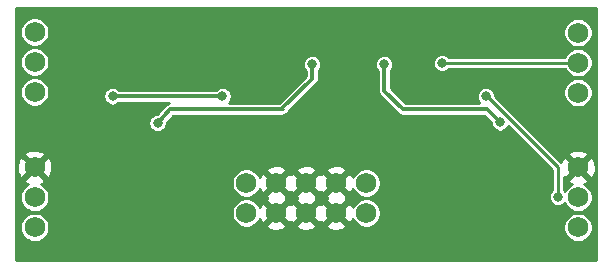
<source format=gbl>
G04 #@! TF.GenerationSoftware,KiCad,Pcbnew,(5.1.8)-1*
G04 #@! TF.CreationDate,2021-08-08T18:19:28-04:00*
G04 #@! TF.ProjectId,nearless_back_pcb,6e656172-6c65-4737-935f-6261636b5f70,rev?*
G04 #@! TF.SameCoordinates,Original*
G04 #@! TF.FileFunction,Copper,L2,Bot*
G04 #@! TF.FilePolarity,Positive*
%FSLAX46Y46*%
G04 Gerber Fmt 4.6, Leading zero omitted, Abs format (unit mm)*
G04 Created by KiCad (PCBNEW (5.1.8)-1) date 2021-08-08 18:19:28*
%MOMM*%
%LPD*%
G01*
G04 APERTURE LIST*
G04 #@! TA.AperFunction,ComponentPad*
%ADD10C,1.727200*%
G04 #@! TD*
G04 #@! TA.AperFunction,ViaPad*
%ADD11C,0.800000*%
G04 #@! TD*
G04 #@! TA.AperFunction,Conductor*
%ADD12C,0.355600*%
G04 #@! TD*
G04 #@! TA.AperFunction,Conductor*
%ADD13C,0.254000*%
G04 #@! TD*
G04 #@! TA.AperFunction,Conductor*
%ADD14C,0.250000*%
G04 #@! TD*
G04 #@! TA.AperFunction,Conductor*
%ADD15C,0.100000*%
G04 #@! TD*
G04 APERTURE END LIST*
D10*
X117420000Y-57780000D03*
X117420000Y-55240000D03*
X119960000Y-57780000D03*
X119960000Y-55240000D03*
X122500000Y-57780000D03*
X122500000Y-55240000D03*
X125040000Y-57780000D03*
X125040000Y-55240000D03*
X127580000Y-57780000D03*
X127580000Y-55240000D03*
X99500000Y-59000000D03*
X99500000Y-56460000D03*
X99500000Y-53920000D03*
X145500000Y-53920000D03*
X145500000Y-56460000D03*
X145500000Y-59000000D03*
X145500000Y-47580000D03*
X145500000Y-45040000D03*
X145500000Y-42500000D03*
X99500000Y-47540000D03*
X99500000Y-45000000D03*
X99500000Y-42460000D03*
D11*
X123000000Y-45190000D03*
X129100000Y-45190000D03*
X138900000Y-50100000D03*
X109905000Y-50160000D03*
X115400000Y-47900000D03*
X106100000Y-47900000D03*
X134000000Y-45100000D03*
X143800000Y-56400000D03*
X137700000Y-47900000D03*
D12*
X123000000Y-46400000D02*
X120400000Y-49000000D01*
X123000000Y-45190000D02*
X123000000Y-46400000D01*
D13*
X120400000Y-49000000D02*
X120510000Y-49000000D01*
D12*
X137800000Y-49000000D02*
X138900000Y-50100000D01*
X130670000Y-49000000D02*
X137800000Y-49000000D01*
X129100000Y-47430000D02*
X130670000Y-49000000D01*
X129100000Y-45190000D02*
X129100000Y-47430000D01*
X111000000Y-49000000D02*
X120400000Y-49000000D01*
X109905000Y-50160000D02*
X111000000Y-49000000D01*
X115400000Y-47900000D02*
X106100000Y-47900000D01*
D14*
X145460000Y-45080000D02*
X145500000Y-45040000D01*
X134000000Y-45100000D02*
X145460000Y-45080000D01*
D13*
X137775962Y-47900000D02*
X137700000Y-47900000D01*
X143800000Y-53924038D02*
X137775962Y-47900000D01*
X143800000Y-56400000D02*
X143800000Y-53924038D01*
X147069000Y-61769000D02*
X97931000Y-61769000D01*
X97931000Y-58877418D01*
X98255400Y-58877418D01*
X98255400Y-59122582D01*
X98303229Y-59363036D01*
X98397050Y-59589539D01*
X98533256Y-59793386D01*
X98706614Y-59966744D01*
X98910461Y-60102950D01*
X99136964Y-60196771D01*
X99377418Y-60244600D01*
X99622582Y-60244600D01*
X99863036Y-60196771D01*
X100089539Y-60102950D01*
X100293386Y-59966744D01*
X100466744Y-59793386D01*
X100602950Y-59589539D01*
X100696771Y-59363036D01*
X100744600Y-59122582D01*
X100744600Y-58877418D01*
X100696771Y-58636964D01*
X100602950Y-58410461D01*
X100466744Y-58206614D01*
X100293386Y-58033256D01*
X100089539Y-57897050D01*
X99863036Y-57803229D01*
X99622582Y-57755400D01*
X99377418Y-57755400D01*
X99136964Y-57803229D01*
X98910461Y-57897050D01*
X98706614Y-58033256D01*
X98533256Y-58206614D01*
X98397050Y-58410461D01*
X98303229Y-58636964D01*
X98255400Y-58877418D01*
X97931000Y-58877418D01*
X97931000Y-56337418D01*
X98255400Y-56337418D01*
X98255400Y-56582582D01*
X98303229Y-56823036D01*
X98397050Y-57049539D01*
X98533256Y-57253386D01*
X98706614Y-57426744D01*
X98910461Y-57562950D01*
X99136964Y-57656771D01*
X99377418Y-57704600D01*
X99622582Y-57704600D01*
X99859783Y-57657418D01*
X116175400Y-57657418D01*
X116175400Y-57902582D01*
X116223229Y-58143036D01*
X116317050Y-58369539D01*
X116453256Y-58573386D01*
X116626614Y-58746744D01*
X116830461Y-58882950D01*
X117056964Y-58976771D01*
X117297418Y-59024600D01*
X117542582Y-59024600D01*
X117783036Y-58976771D01*
X118009539Y-58882950D01*
X118106588Y-58818104D01*
X119101501Y-58818104D01*
X119180782Y-59068567D01*
X119447141Y-59195826D01*
X119733210Y-59268675D01*
X120027993Y-59284315D01*
X120320164Y-59242145D01*
X120598493Y-59143786D01*
X120739218Y-59068567D01*
X120818499Y-58818104D01*
X121641501Y-58818104D01*
X121720782Y-59068567D01*
X121987141Y-59195826D01*
X122273210Y-59268675D01*
X122567993Y-59284315D01*
X122860164Y-59242145D01*
X123138493Y-59143786D01*
X123279218Y-59068567D01*
X123358499Y-58818104D01*
X124181501Y-58818104D01*
X124260782Y-59068567D01*
X124527141Y-59195826D01*
X124813210Y-59268675D01*
X125107993Y-59284315D01*
X125400164Y-59242145D01*
X125678493Y-59143786D01*
X125819218Y-59068567D01*
X125898499Y-58818104D01*
X125040000Y-57959605D01*
X124181501Y-58818104D01*
X123358499Y-58818104D01*
X122500000Y-57959605D01*
X121641501Y-58818104D01*
X120818499Y-58818104D01*
X119960000Y-57959605D01*
X119101501Y-58818104D01*
X118106588Y-58818104D01*
X118213386Y-58746744D01*
X118386744Y-58573386D01*
X118522950Y-58369539D01*
X118553149Y-58296632D01*
X118596214Y-58418493D01*
X118671433Y-58559218D01*
X118921896Y-58638499D01*
X119780395Y-57780000D01*
X120139605Y-57780000D01*
X120998104Y-58638499D01*
X121230000Y-58565095D01*
X121461896Y-58638499D01*
X122320395Y-57780000D01*
X122679605Y-57780000D01*
X123538104Y-58638499D01*
X123770000Y-58565095D01*
X124001896Y-58638499D01*
X124860395Y-57780000D01*
X125219605Y-57780000D01*
X126078104Y-58638499D01*
X126328567Y-58559218D01*
X126450182Y-58304673D01*
X126477050Y-58369539D01*
X126613256Y-58573386D01*
X126786614Y-58746744D01*
X126990461Y-58882950D01*
X127216964Y-58976771D01*
X127457418Y-59024600D01*
X127702582Y-59024600D01*
X127943036Y-58976771D01*
X128169539Y-58882950D01*
X128177818Y-58877418D01*
X144255400Y-58877418D01*
X144255400Y-59122582D01*
X144303229Y-59363036D01*
X144397050Y-59589539D01*
X144533256Y-59793386D01*
X144706614Y-59966744D01*
X144910461Y-60102950D01*
X145136964Y-60196771D01*
X145377418Y-60244600D01*
X145622582Y-60244600D01*
X145863036Y-60196771D01*
X146089539Y-60102950D01*
X146293386Y-59966744D01*
X146466744Y-59793386D01*
X146602950Y-59589539D01*
X146696771Y-59363036D01*
X146744600Y-59122582D01*
X146744600Y-58877418D01*
X146696771Y-58636964D01*
X146602950Y-58410461D01*
X146466744Y-58206614D01*
X146293386Y-58033256D01*
X146089539Y-57897050D01*
X145863036Y-57803229D01*
X145622582Y-57755400D01*
X145377418Y-57755400D01*
X145136964Y-57803229D01*
X144910461Y-57897050D01*
X144706614Y-58033256D01*
X144533256Y-58206614D01*
X144397050Y-58410461D01*
X144303229Y-58636964D01*
X144255400Y-58877418D01*
X128177818Y-58877418D01*
X128373386Y-58746744D01*
X128546744Y-58573386D01*
X128682950Y-58369539D01*
X128776771Y-58143036D01*
X128824600Y-57902582D01*
X128824600Y-57657418D01*
X128776771Y-57416964D01*
X128682950Y-57190461D01*
X128546744Y-56986614D01*
X128373386Y-56813256D01*
X128169539Y-56677050D01*
X127943036Y-56583229D01*
X127702582Y-56535400D01*
X127457418Y-56535400D01*
X127216964Y-56583229D01*
X126990461Y-56677050D01*
X126786614Y-56813256D01*
X126613256Y-56986614D01*
X126477050Y-57190461D01*
X126446851Y-57263368D01*
X126403786Y-57141507D01*
X126328567Y-57000782D01*
X126078104Y-56921501D01*
X125219605Y-57780000D01*
X124860395Y-57780000D01*
X124001896Y-56921501D01*
X123770000Y-56994905D01*
X123538104Y-56921501D01*
X122679605Y-57780000D01*
X122320395Y-57780000D01*
X121461896Y-56921501D01*
X121230000Y-56994905D01*
X120998104Y-56921501D01*
X120139605Y-57780000D01*
X119780395Y-57780000D01*
X118921896Y-56921501D01*
X118671433Y-57000782D01*
X118549818Y-57255327D01*
X118522950Y-57190461D01*
X118386744Y-56986614D01*
X118213386Y-56813256D01*
X118009539Y-56677050D01*
X117783036Y-56583229D01*
X117542582Y-56535400D01*
X117297418Y-56535400D01*
X117056964Y-56583229D01*
X116830461Y-56677050D01*
X116626614Y-56813256D01*
X116453256Y-56986614D01*
X116317050Y-57190461D01*
X116223229Y-57416964D01*
X116175400Y-57657418D01*
X99859783Y-57657418D01*
X99863036Y-57656771D01*
X100089539Y-57562950D01*
X100293386Y-57426744D01*
X100466744Y-57253386D01*
X100602950Y-57049539D01*
X100696771Y-56823036D01*
X100744600Y-56582582D01*
X100744600Y-56337418D01*
X100696771Y-56096964D01*
X100602950Y-55870461D01*
X100466744Y-55666614D01*
X100293386Y-55493256D01*
X100089539Y-55357050D01*
X100016632Y-55326851D01*
X100138493Y-55283786D01*
X100279218Y-55208567D01*
X100308070Y-55117418D01*
X116175400Y-55117418D01*
X116175400Y-55362582D01*
X116223229Y-55603036D01*
X116317050Y-55829539D01*
X116453256Y-56033386D01*
X116626614Y-56206744D01*
X116830461Y-56342950D01*
X117056964Y-56436771D01*
X117297418Y-56484600D01*
X117542582Y-56484600D01*
X117783036Y-56436771D01*
X118009539Y-56342950D01*
X118106588Y-56278104D01*
X119101501Y-56278104D01*
X119174905Y-56510000D01*
X119101501Y-56741896D01*
X119960000Y-57600395D01*
X120818499Y-56741896D01*
X120745095Y-56510000D01*
X120818499Y-56278104D01*
X121641501Y-56278104D01*
X121714905Y-56510000D01*
X121641501Y-56741896D01*
X122500000Y-57600395D01*
X123358499Y-56741896D01*
X123285095Y-56510000D01*
X123358499Y-56278104D01*
X124181501Y-56278104D01*
X124254905Y-56510000D01*
X124181501Y-56741896D01*
X125040000Y-57600395D01*
X125898499Y-56741896D01*
X125825095Y-56510000D01*
X125898499Y-56278104D01*
X125040000Y-55419605D01*
X124181501Y-56278104D01*
X123358499Y-56278104D01*
X122500000Y-55419605D01*
X121641501Y-56278104D01*
X120818499Y-56278104D01*
X119960000Y-55419605D01*
X119101501Y-56278104D01*
X118106588Y-56278104D01*
X118213386Y-56206744D01*
X118386744Y-56033386D01*
X118522950Y-55829539D01*
X118553149Y-55756632D01*
X118596214Y-55878493D01*
X118671433Y-56019218D01*
X118921896Y-56098499D01*
X119780395Y-55240000D01*
X120139605Y-55240000D01*
X120998104Y-56098499D01*
X121230000Y-56025095D01*
X121461896Y-56098499D01*
X122320395Y-55240000D01*
X122679605Y-55240000D01*
X123538104Y-56098499D01*
X123770000Y-56025095D01*
X124001896Y-56098499D01*
X124860395Y-55240000D01*
X125219605Y-55240000D01*
X126078104Y-56098499D01*
X126328567Y-56019218D01*
X126450182Y-55764673D01*
X126477050Y-55829539D01*
X126613256Y-56033386D01*
X126786614Y-56206744D01*
X126990461Y-56342950D01*
X127216964Y-56436771D01*
X127457418Y-56484600D01*
X127702582Y-56484600D01*
X127943036Y-56436771D01*
X128169539Y-56342950D01*
X128373386Y-56206744D01*
X128546744Y-56033386D01*
X128682950Y-55829539D01*
X128776771Y-55603036D01*
X128824600Y-55362582D01*
X128824600Y-55117418D01*
X128776771Y-54876964D01*
X128682950Y-54650461D01*
X128546744Y-54446614D01*
X128373386Y-54273256D01*
X128169539Y-54137050D01*
X127943036Y-54043229D01*
X127702582Y-53995400D01*
X127457418Y-53995400D01*
X127216964Y-54043229D01*
X126990461Y-54137050D01*
X126786614Y-54273256D01*
X126613256Y-54446614D01*
X126477050Y-54650461D01*
X126446851Y-54723368D01*
X126403786Y-54601507D01*
X126328567Y-54460782D01*
X126078104Y-54381501D01*
X125219605Y-55240000D01*
X124860395Y-55240000D01*
X124001896Y-54381501D01*
X123770000Y-54454905D01*
X123538104Y-54381501D01*
X122679605Y-55240000D01*
X122320395Y-55240000D01*
X121461896Y-54381501D01*
X121230000Y-54454905D01*
X120998104Y-54381501D01*
X120139605Y-55240000D01*
X119780395Y-55240000D01*
X118921896Y-54381501D01*
X118671433Y-54460782D01*
X118549818Y-54715327D01*
X118522950Y-54650461D01*
X118386744Y-54446614D01*
X118213386Y-54273256D01*
X118106589Y-54201896D01*
X119101501Y-54201896D01*
X119960000Y-55060395D01*
X120818499Y-54201896D01*
X121641501Y-54201896D01*
X122500000Y-55060395D01*
X123358499Y-54201896D01*
X124181501Y-54201896D01*
X125040000Y-55060395D01*
X125898499Y-54201896D01*
X125819218Y-53951433D01*
X125552859Y-53824174D01*
X125266790Y-53751325D01*
X124972007Y-53735685D01*
X124679836Y-53777855D01*
X124401507Y-53876214D01*
X124260782Y-53951433D01*
X124181501Y-54201896D01*
X123358499Y-54201896D01*
X123279218Y-53951433D01*
X123012859Y-53824174D01*
X122726790Y-53751325D01*
X122432007Y-53735685D01*
X122139836Y-53777855D01*
X121861507Y-53876214D01*
X121720782Y-53951433D01*
X121641501Y-54201896D01*
X120818499Y-54201896D01*
X120739218Y-53951433D01*
X120472859Y-53824174D01*
X120186790Y-53751325D01*
X119892007Y-53735685D01*
X119599836Y-53777855D01*
X119321507Y-53876214D01*
X119180782Y-53951433D01*
X119101501Y-54201896D01*
X118106589Y-54201896D01*
X118009539Y-54137050D01*
X117783036Y-54043229D01*
X117542582Y-53995400D01*
X117297418Y-53995400D01*
X117056964Y-54043229D01*
X116830461Y-54137050D01*
X116626614Y-54273256D01*
X116453256Y-54446614D01*
X116317050Y-54650461D01*
X116223229Y-54876964D01*
X116175400Y-55117418D01*
X100308070Y-55117418D01*
X100358499Y-54958104D01*
X99500000Y-54099605D01*
X98641501Y-54958104D01*
X98720782Y-55208567D01*
X98975327Y-55330182D01*
X98910461Y-55357050D01*
X98706614Y-55493256D01*
X98533256Y-55666614D01*
X98397050Y-55870461D01*
X98303229Y-56096964D01*
X98255400Y-56337418D01*
X97931000Y-56337418D01*
X97931000Y-53987993D01*
X97995685Y-53987993D01*
X98037855Y-54280164D01*
X98136214Y-54558493D01*
X98211433Y-54699218D01*
X98461896Y-54778499D01*
X99320395Y-53920000D01*
X99679605Y-53920000D01*
X100538104Y-54778499D01*
X100788567Y-54699218D01*
X100915826Y-54432859D01*
X100988675Y-54146790D01*
X101004315Y-53852007D01*
X100962145Y-53559836D01*
X100863786Y-53281507D01*
X100788567Y-53140782D01*
X100538104Y-53061501D01*
X99679605Y-53920000D01*
X99320395Y-53920000D01*
X98461896Y-53061501D01*
X98211433Y-53140782D01*
X98084174Y-53407141D01*
X98011325Y-53693210D01*
X97995685Y-53987993D01*
X97931000Y-53987993D01*
X97931000Y-52881896D01*
X98641501Y-52881896D01*
X99500000Y-53740395D01*
X100358499Y-52881896D01*
X100279218Y-52631433D01*
X100012859Y-52504174D01*
X99726790Y-52431325D01*
X99432007Y-52415685D01*
X99139836Y-52457855D01*
X98861507Y-52556214D01*
X98720782Y-52631433D01*
X98641501Y-52881896D01*
X97931000Y-52881896D01*
X97931000Y-47417418D01*
X98255400Y-47417418D01*
X98255400Y-47662582D01*
X98303229Y-47903036D01*
X98397050Y-48129539D01*
X98533256Y-48333386D01*
X98706614Y-48506744D01*
X98910461Y-48642950D01*
X99136964Y-48736771D01*
X99377418Y-48784600D01*
X99622582Y-48784600D01*
X99863036Y-48736771D01*
X100089539Y-48642950D01*
X100293386Y-48506744D01*
X100466744Y-48333386D01*
X100602950Y-48129539D01*
X100696771Y-47903036D01*
X100712675Y-47823078D01*
X105319000Y-47823078D01*
X105319000Y-47976922D01*
X105349013Y-48127809D01*
X105407887Y-48269942D01*
X105493358Y-48397859D01*
X105602141Y-48506642D01*
X105730058Y-48592113D01*
X105872191Y-48650987D01*
X106023078Y-48681000D01*
X106176922Y-48681000D01*
X106327809Y-48650987D01*
X106469942Y-48592113D01*
X106597859Y-48506642D01*
X106645701Y-48458800D01*
X110856346Y-48458800D01*
X110830101Y-48467595D01*
X110785122Y-48481239D01*
X110777960Y-48485067D01*
X110770264Y-48487646D01*
X110729493Y-48510973D01*
X110688046Y-48533127D01*
X110681768Y-48538279D01*
X110674723Y-48542310D01*
X110639287Y-48573142D01*
X110602957Y-48602957D01*
X110580346Y-48630509D01*
X109873797Y-49379000D01*
X109828078Y-49379000D01*
X109677191Y-49409013D01*
X109535058Y-49467887D01*
X109407141Y-49553358D01*
X109298358Y-49662141D01*
X109212887Y-49790058D01*
X109154013Y-49932191D01*
X109124000Y-50083078D01*
X109124000Y-50236922D01*
X109154013Y-50387809D01*
X109212887Y-50529942D01*
X109298358Y-50657859D01*
X109407141Y-50766642D01*
X109535058Y-50852113D01*
X109677191Y-50910987D01*
X109828078Y-50941000D01*
X109981922Y-50941000D01*
X110132809Y-50910987D01*
X110274942Y-50852113D01*
X110402859Y-50766642D01*
X110511642Y-50657859D01*
X110597113Y-50529942D01*
X110655987Y-50387809D01*
X110686000Y-50236922D01*
X110686000Y-50146695D01*
X111240952Y-49558800D01*
X120372558Y-49558800D01*
X120400000Y-49561503D01*
X120427442Y-49558800D01*
X120427444Y-49558800D01*
X120509544Y-49550714D01*
X120614878Y-49518761D01*
X120700176Y-49473168D01*
X120705343Y-49471601D01*
X120793595Y-49424429D01*
X120870948Y-49360948D01*
X120934429Y-49283595D01*
X120966308Y-49223954D01*
X123375719Y-46814543D01*
X123397043Y-46797043D01*
X123466873Y-46711954D01*
X123518761Y-46614878D01*
X123550714Y-46509544D01*
X123558800Y-46427444D01*
X123558800Y-46427443D01*
X123561503Y-46400001D01*
X123558800Y-46372559D01*
X123558800Y-45735701D01*
X123606642Y-45687859D01*
X123692113Y-45559942D01*
X123750987Y-45417809D01*
X123781000Y-45266922D01*
X123781000Y-45113078D01*
X128319000Y-45113078D01*
X128319000Y-45266922D01*
X128349013Y-45417809D01*
X128407887Y-45559942D01*
X128493358Y-45687859D01*
X128541200Y-45735701D01*
X128541201Y-47402548D01*
X128538497Y-47430000D01*
X128549287Y-47539544D01*
X128581239Y-47644877D01*
X128581240Y-47644878D01*
X128633128Y-47741954D01*
X128702958Y-47827043D01*
X128724276Y-47844538D01*
X130255457Y-49375719D01*
X130272957Y-49397043D01*
X130358046Y-49466873D01*
X130455122Y-49518761D01*
X130560456Y-49550714D01*
X130642556Y-49558800D01*
X130642557Y-49558800D01*
X130669999Y-49561503D01*
X130697441Y-49558800D01*
X137568538Y-49558800D01*
X138119000Y-50109263D01*
X138119000Y-50176922D01*
X138149013Y-50327809D01*
X138207887Y-50469942D01*
X138293358Y-50597859D01*
X138402141Y-50706642D01*
X138530058Y-50792113D01*
X138672191Y-50850987D01*
X138823078Y-50881000D01*
X138976922Y-50881000D01*
X139127809Y-50850987D01*
X139269942Y-50792113D01*
X139397859Y-50706642D01*
X139506642Y-50597859D01*
X139592113Y-50469942D01*
X139602473Y-50444931D01*
X143292001Y-54134460D01*
X143292000Y-55803499D01*
X143193358Y-55902141D01*
X143107887Y-56030058D01*
X143049013Y-56172191D01*
X143019000Y-56323078D01*
X143019000Y-56476922D01*
X143049013Y-56627809D01*
X143107887Y-56769942D01*
X143193358Y-56897859D01*
X143302141Y-57006642D01*
X143430058Y-57092113D01*
X143572191Y-57150987D01*
X143723078Y-57181000D01*
X143876922Y-57181000D01*
X144027809Y-57150987D01*
X144169942Y-57092113D01*
X144297859Y-57006642D01*
X144355433Y-56949068D01*
X144397050Y-57049539D01*
X144533256Y-57253386D01*
X144706614Y-57426744D01*
X144910461Y-57562950D01*
X145136964Y-57656771D01*
X145377418Y-57704600D01*
X145622582Y-57704600D01*
X145863036Y-57656771D01*
X146089539Y-57562950D01*
X146293386Y-57426744D01*
X146466744Y-57253386D01*
X146602950Y-57049539D01*
X146696771Y-56823036D01*
X146744600Y-56582582D01*
X146744600Y-56337418D01*
X146696771Y-56096964D01*
X146602950Y-55870461D01*
X146466744Y-55666614D01*
X146293386Y-55493256D01*
X146089539Y-55357050D01*
X146016632Y-55326851D01*
X146138493Y-55283786D01*
X146279218Y-55208567D01*
X146358499Y-54958104D01*
X145500000Y-54099605D01*
X144641501Y-54958104D01*
X144720782Y-55208567D01*
X144975327Y-55330182D01*
X144910461Y-55357050D01*
X144706614Y-55493256D01*
X144533256Y-55666614D01*
X144397050Y-55870461D01*
X144390581Y-55886080D01*
X144308000Y-55803499D01*
X144308000Y-54729785D01*
X144461896Y-54778499D01*
X145320395Y-53920000D01*
X145679605Y-53920000D01*
X146538104Y-54778499D01*
X146788567Y-54699218D01*
X146915826Y-54432859D01*
X146988675Y-54146790D01*
X147004315Y-53852007D01*
X146962145Y-53559836D01*
X146863786Y-53281507D01*
X146788567Y-53140782D01*
X146538104Y-53061501D01*
X145679605Y-53920000D01*
X145320395Y-53920000D01*
X144461896Y-53061501D01*
X144211433Y-53140782D01*
X144084174Y-53407141D01*
X144067399Y-53473016D01*
X143476279Y-52881896D01*
X144641501Y-52881896D01*
X145500000Y-53740395D01*
X146358499Y-52881896D01*
X146279218Y-52631433D01*
X146012859Y-52504174D01*
X145726790Y-52431325D01*
X145432007Y-52415685D01*
X145139836Y-52457855D01*
X144861507Y-52556214D01*
X144720782Y-52631433D01*
X144641501Y-52881896D01*
X143476279Y-52881896D01*
X138481000Y-47886618D01*
X138481000Y-47823078D01*
X138450987Y-47672191D01*
X138392113Y-47530058D01*
X138343577Y-47457418D01*
X144255400Y-47457418D01*
X144255400Y-47702582D01*
X144303229Y-47943036D01*
X144397050Y-48169539D01*
X144533256Y-48373386D01*
X144706614Y-48546744D01*
X144910461Y-48682950D01*
X145136964Y-48776771D01*
X145377418Y-48824600D01*
X145622582Y-48824600D01*
X145863036Y-48776771D01*
X146089539Y-48682950D01*
X146293386Y-48546744D01*
X146466744Y-48373386D01*
X146602950Y-48169539D01*
X146696771Y-47943036D01*
X146744600Y-47702582D01*
X146744600Y-47457418D01*
X146696771Y-47216964D01*
X146602950Y-46990461D01*
X146466744Y-46786614D01*
X146293386Y-46613256D01*
X146089539Y-46477050D01*
X145863036Y-46383229D01*
X145622582Y-46335400D01*
X145377418Y-46335400D01*
X145136964Y-46383229D01*
X144910461Y-46477050D01*
X144706614Y-46613256D01*
X144533256Y-46786614D01*
X144397050Y-46990461D01*
X144303229Y-47216964D01*
X144255400Y-47457418D01*
X138343577Y-47457418D01*
X138306642Y-47402141D01*
X138197859Y-47293358D01*
X138069942Y-47207887D01*
X137927809Y-47149013D01*
X137776922Y-47119000D01*
X137623078Y-47119000D01*
X137472191Y-47149013D01*
X137330058Y-47207887D01*
X137202141Y-47293358D01*
X137093358Y-47402141D01*
X137007887Y-47530058D01*
X136949013Y-47672191D01*
X136919000Y-47823078D01*
X136919000Y-47976922D01*
X136949013Y-48127809D01*
X137007887Y-48269942D01*
X137093358Y-48397859D01*
X137136699Y-48441200D01*
X130901462Y-48441200D01*
X129658800Y-47198538D01*
X129658800Y-45735701D01*
X129706642Y-45687859D01*
X129792113Y-45559942D01*
X129850987Y-45417809D01*
X129881000Y-45266922D01*
X129881000Y-45113078D01*
X129863099Y-45023078D01*
X133219000Y-45023078D01*
X133219000Y-45176922D01*
X133249013Y-45327809D01*
X133307887Y-45469942D01*
X133393358Y-45597859D01*
X133502141Y-45706642D01*
X133630058Y-45792113D01*
X133772191Y-45850987D01*
X133923078Y-45881000D01*
X134076922Y-45881000D01*
X134227809Y-45850987D01*
X134369942Y-45792113D01*
X134497859Y-45706642D01*
X134599547Y-45604954D01*
X144379796Y-45587885D01*
X144397050Y-45629539D01*
X144533256Y-45833386D01*
X144706614Y-46006744D01*
X144910461Y-46142950D01*
X145136964Y-46236771D01*
X145377418Y-46284600D01*
X145622582Y-46284600D01*
X145863036Y-46236771D01*
X146089539Y-46142950D01*
X146293386Y-46006744D01*
X146466744Y-45833386D01*
X146602950Y-45629539D01*
X146696771Y-45403036D01*
X146744600Y-45162582D01*
X146744600Y-44917418D01*
X146696771Y-44676964D01*
X146602950Y-44450461D01*
X146466744Y-44246614D01*
X146293386Y-44073256D01*
X146089539Y-43937050D01*
X145863036Y-43843229D01*
X145622582Y-43795400D01*
X145377418Y-43795400D01*
X145136964Y-43843229D01*
X144910461Y-43937050D01*
X144706614Y-44073256D01*
X144533256Y-44246614D01*
X144397050Y-44450461D01*
X144345072Y-44575946D01*
X134597458Y-44592957D01*
X134497859Y-44493358D01*
X134369942Y-44407887D01*
X134227809Y-44349013D01*
X134076922Y-44319000D01*
X133923078Y-44319000D01*
X133772191Y-44349013D01*
X133630058Y-44407887D01*
X133502141Y-44493358D01*
X133393358Y-44602141D01*
X133307887Y-44730058D01*
X133249013Y-44872191D01*
X133219000Y-45023078D01*
X129863099Y-45023078D01*
X129850987Y-44962191D01*
X129792113Y-44820058D01*
X129706642Y-44692141D01*
X129597859Y-44583358D01*
X129469942Y-44497887D01*
X129327809Y-44439013D01*
X129176922Y-44409000D01*
X129023078Y-44409000D01*
X128872191Y-44439013D01*
X128730058Y-44497887D01*
X128602141Y-44583358D01*
X128493358Y-44692141D01*
X128407887Y-44820058D01*
X128349013Y-44962191D01*
X128319000Y-45113078D01*
X123781000Y-45113078D01*
X123750987Y-44962191D01*
X123692113Y-44820058D01*
X123606642Y-44692141D01*
X123497859Y-44583358D01*
X123369942Y-44497887D01*
X123227809Y-44439013D01*
X123076922Y-44409000D01*
X122923078Y-44409000D01*
X122772191Y-44439013D01*
X122630058Y-44497887D01*
X122502141Y-44583358D01*
X122393358Y-44692141D01*
X122307887Y-44820058D01*
X122249013Y-44962191D01*
X122219000Y-45113078D01*
X122219000Y-45266922D01*
X122249013Y-45417809D01*
X122307887Y-45559942D01*
X122393358Y-45687859D01*
X122441200Y-45735701D01*
X122441201Y-46168537D01*
X120168538Y-48441200D01*
X115963301Y-48441200D01*
X116006642Y-48397859D01*
X116092113Y-48269942D01*
X116150987Y-48127809D01*
X116181000Y-47976922D01*
X116181000Y-47823078D01*
X116150987Y-47672191D01*
X116092113Y-47530058D01*
X116006642Y-47402141D01*
X115897859Y-47293358D01*
X115769942Y-47207887D01*
X115627809Y-47149013D01*
X115476922Y-47119000D01*
X115323078Y-47119000D01*
X115172191Y-47149013D01*
X115030058Y-47207887D01*
X114902141Y-47293358D01*
X114854299Y-47341200D01*
X106645701Y-47341200D01*
X106597859Y-47293358D01*
X106469942Y-47207887D01*
X106327809Y-47149013D01*
X106176922Y-47119000D01*
X106023078Y-47119000D01*
X105872191Y-47149013D01*
X105730058Y-47207887D01*
X105602141Y-47293358D01*
X105493358Y-47402141D01*
X105407887Y-47530058D01*
X105349013Y-47672191D01*
X105319000Y-47823078D01*
X100712675Y-47823078D01*
X100744600Y-47662582D01*
X100744600Y-47417418D01*
X100696771Y-47176964D01*
X100602950Y-46950461D01*
X100466744Y-46746614D01*
X100293386Y-46573256D01*
X100089539Y-46437050D01*
X99863036Y-46343229D01*
X99622582Y-46295400D01*
X99377418Y-46295400D01*
X99136964Y-46343229D01*
X98910461Y-46437050D01*
X98706614Y-46573256D01*
X98533256Y-46746614D01*
X98397050Y-46950461D01*
X98303229Y-47176964D01*
X98255400Y-47417418D01*
X97931000Y-47417418D01*
X97931000Y-44877418D01*
X98255400Y-44877418D01*
X98255400Y-45122582D01*
X98303229Y-45363036D01*
X98397050Y-45589539D01*
X98533256Y-45793386D01*
X98706614Y-45966744D01*
X98910461Y-46102950D01*
X99136964Y-46196771D01*
X99377418Y-46244600D01*
X99622582Y-46244600D01*
X99863036Y-46196771D01*
X100089539Y-46102950D01*
X100293386Y-45966744D01*
X100466744Y-45793386D01*
X100602950Y-45589539D01*
X100696771Y-45363036D01*
X100744600Y-45122582D01*
X100744600Y-44877418D01*
X100696771Y-44636964D01*
X100602950Y-44410461D01*
X100466744Y-44206614D01*
X100293386Y-44033256D01*
X100089539Y-43897050D01*
X99863036Y-43803229D01*
X99622582Y-43755400D01*
X99377418Y-43755400D01*
X99136964Y-43803229D01*
X98910461Y-43897050D01*
X98706614Y-44033256D01*
X98533256Y-44206614D01*
X98397050Y-44410461D01*
X98303229Y-44636964D01*
X98255400Y-44877418D01*
X97931000Y-44877418D01*
X97931000Y-42337418D01*
X98255400Y-42337418D01*
X98255400Y-42582582D01*
X98303229Y-42823036D01*
X98397050Y-43049539D01*
X98533256Y-43253386D01*
X98706614Y-43426744D01*
X98910461Y-43562950D01*
X99136964Y-43656771D01*
X99377418Y-43704600D01*
X99622582Y-43704600D01*
X99863036Y-43656771D01*
X100089539Y-43562950D01*
X100293386Y-43426744D01*
X100466744Y-43253386D01*
X100602950Y-43049539D01*
X100696771Y-42823036D01*
X100744600Y-42582582D01*
X100744600Y-42377418D01*
X144255400Y-42377418D01*
X144255400Y-42622582D01*
X144303229Y-42863036D01*
X144397050Y-43089539D01*
X144533256Y-43293386D01*
X144706614Y-43466744D01*
X144910461Y-43602950D01*
X145136964Y-43696771D01*
X145377418Y-43744600D01*
X145622582Y-43744600D01*
X145863036Y-43696771D01*
X146089539Y-43602950D01*
X146293386Y-43466744D01*
X146466744Y-43293386D01*
X146602950Y-43089539D01*
X146696771Y-42863036D01*
X146744600Y-42622582D01*
X146744600Y-42377418D01*
X146696771Y-42136964D01*
X146602950Y-41910461D01*
X146466744Y-41706614D01*
X146293386Y-41533256D01*
X146089539Y-41397050D01*
X145863036Y-41303229D01*
X145622582Y-41255400D01*
X145377418Y-41255400D01*
X145136964Y-41303229D01*
X144910461Y-41397050D01*
X144706614Y-41533256D01*
X144533256Y-41706614D01*
X144397050Y-41910461D01*
X144303229Y-42136964D01*
X144255400Y-42377418D01*
X100744600Y-42377418D01*
X100744600Y-42337418D01*
X100696771Y-42096964D01*
X100602950Y-41870461D01*
X100466744Y-41666614D01*
X100293386Y-41493256D01*
X100089539Y-41357050D01*
X99863036Y-41263229D01*
X99622582Y-41215400D01*
X99377418Y-41215400D01*
X99136964Y-41263229D01*
X98910461Y-41357050D01*
X98706614Y-41493256D01*
X98533256Y-41666614D01*
X98397050Y-41870461D01*
X98303229Y-42096964D01*
X98255400Y-42337418D01*
X97931000Y-42337418D01*
X97931000Y-40431000D01*
X147069001Y-40431000D01*
X147069000Y-61769000D01*
G04 #@! TA.AperFunction,Conductor*
D15*
G36*
X147069000Y-61769000D02*
G01*
X97931000Y-61769000D01*
X97931000Y-58877418D01*
X98255400Y-58877418D01*
X98255400Y-59122582D01*
X98303229Y-59363036D01*
X98397050Y-59589539D01*
X98533256Y-59793386D01*
X98706614Y-59966744D01*
X98910461Y-60102950D01*
X99136964Y-60196771D01*
X99377418Y-60244600D01*
X99622582Y-60244600D01*
X99863036Y-60196771D01*
X100089539Y-60102950D01*
X100293386Y-59966744D01*
X100466744Y-59793386D01*
X100602950Y-59589539D01*
X100696771Y-59363036D01*
X100744600Y-59122582D01*
X100744600Y-58877418D01*
X100696771Y-58636964D01*
X100602950Y-58410461D01*
X100466744Y-58206614D01*
X100293386Y-58033256D01*
X100089539Y-57897050D01*
X99863036Y-57803229D01*
X99622582Y-57755400D01*
X99377418Y-57755400D01*
X99136964Y-57803229D01*
X98910461Y-57897050D01*
X98706614Y-58033256D01*
X98533256Y-58206614D01*
X98397050Y-58410461D01*
X98303229Y-58636964D01*
X98255400Y-58877418D01*
X97931000Y-58877418D01*
X97931000Y-56337418D01*
X98255400Y-56337418D01*
X98255400Y-56582582D01*
X98303229Y-56823036D01*
X98397050Y-57049539D01*
X98533256Y-57253386D01*
X98706614Y-57426744D01*
X98910461Y-57562950D01*
X99136964Y-57656771D01*
X99377418Y-57704600D01*
X99622582Y-57704600D01*
X99859783Y-57657418D01*
X116175400Y-57657418D01*
X116175400Y-57902582D01*
X116223229Y-58143036D01*
X116317050Y-58369539D01*
X116453256Y-58573386D01*
X116626614Y-58746744D01*
X116830461Y-58882950D01*
X117056964Y-58976771D01*
X117297418Y-59024600D01*
X117542582Y-59024600D01*
X117783036Y-58976771D01*
X118009539Y-58882950D01*
X118106588Y-58818104D01*
X119101501Y-58818104D01*
X119180782Y-59068567D01*
X119447141Y-59195826D01*
X119733210Y-59268675D01*
X120027993Y-59284315D01*
X120320164Y-59242145D01*
X120598493Y-59143786D01*
X120739218Y-59068567D01*
X120818499Y-58818104D01*
X121641501Y-58818104D01*
X121720782Y-59068567D01*
X121987141Y-59195826D01*
X122273210Y-59268675D01*
X122567993Y-59284315D01*
X122860164Y-59242145D01*
X123138493Y-59143786D01*
X123279218Y-59068567D01*
X123358499Y-58818104D01*
X124181501Y-58818104D01*
X124260782Y-59068567D01*
X124527141Y-59195826D01*
X124813210Y-59268675D01*
X125107993Y-59284315D01*
X125400164Y-59242145D01*
X125678493Y-59143786D01*
X125819218Y-59068567D01*
X125898499Y-58818104D01*
X125040000Y-57959605D01*
X124181501Y-58818104D01*
X123358499Y-58818104D01*
X122500000Y-57959605D01*
X121641501Y-58818104D01*
X120818499Y-58818104D01*
X119960000Y-57959605D01*
X119101501Y-58818104D01*
X118106588Y-58818104D01*
X118213386Y-58746744D01*
X118386744Y-58573386D01*
X118522950Y-58369539D01*
X118553149Y-58296632D01*
X118596214Y-58418493D01*
X118671433Y-58559218D01*
X118921896Y-58638499D01*
X119780395Y-57780000D01*
X120139605Y-57780000D01*
X120998104Y-58638499D01*
X121230000Y-58565095D01*
X121461896Y-58638499D01*
X122320395Y-57780000D01*
X122679605Y-57780000D01*
X123538104Y-58638499D01*
X123770000Y-58565095D01*
X124001896Y-58638499D01*
X124860395Y-57780000D01*
X125219605Y-57780000D01*
X126078104Y-58638499D01*
X126328567Y-58559218D01*
X126450182Y-58304673D01*
X126477050Y-58369539D01*
X126613256Y-58573386D01*
X126786614Y-58746744D01*
X126990461Y-58882950D01*
X127216964Y-58976771D01*
X127457418Y-59024600D01*
X127702582Y-59024600D01*
X127943036Y-58976771D01*
X128169539Y-58882950D01*
X128177818Y-58877418D01*
X144255400Y-58877418D01*
X144255400Y-59122582D01*
X144303229Y-59363036D01*
X144397050Y-59589539D01*
X144533256Y-59793386D01*
X144706614Y-59966744D01*
X144910461Y-60102950D01*
X145136964Y-60196771D01*
X145377418Y-60244600D01*
X145622582Y-60244600D01*
X145863036Y-60196771D01*
X146089539Y-60102950D01*
X146293386Y-59966744D01*
X146466744Y-59793386D01*
X146602950Y-59589539D01*
X146696771Y-59363036D01*
X146744600Y-59122582D01*
X146744600Y-58877418D01*
X146696771Y-58636964D01*
X146602950Y-58410461D01*
X146466744Y-58206614D01*
X146293386Y-58033256D01*
X146089539Y-57897050D01*
X145863036Y-57803229D01*
X145622582Y-57755400D01*
X145377418Y-57755400D01*
X145136964Y-57803229D01*
X144910461Y-57897050D01*
X144706614Y-58033256D01*
X144533256Y-58206614D01*
X144397050Y-58410461D01*
X144303229Y-58636964D01*
X144255400Y-58877418D01*
X128177818Y-58877418D01*
X128373386Y-58746744D01*
X128546744Y-58573386D01*
X128682950Y-58369539D01*
X128776771Y-58143036D01*
X128824600Y-57902582D01*
X128824600Y-57657418D01*
X128776771Y-57416964D01*
X128682950Y-57190461D01*
X128546744Y-56986614D01*
X128373386Y-56813256D01*
X128169539Y-56677050D01*
X127943036Y-56583229D01*
X127702582Y-56535400D01*
X127457418Y-56535400D01*
X127216964Y-56583229D01*
X126990461Y-56677050D01*
X126786614Y-56813256D01*
X126613256Y-56986614D01*
X126477050Y-57190461D01*
X126446851Y-57263368D01*
X126403786Y-57141507D01*
X126328567Y-57000782D01*
X126078104Y-56921501D01*
X125219605Y-57780000D01*
X124860395Y-57780000D01*
X124001896Y-56921501D01*
X123770000Y-56994905D01*
X123538104Y-56921501D01*
X122679605Y-57780000D01*
X122320395Y-57780000D01*
X121461896Y-56921501D01*
X121230000Y-56994905D01*
X120998104Y-56921501D01*
X120139605Y-57780000D01*
X119780395Y-57780000D01*
X118921896Y-56921501D01*
X118671433Y-57000782D01*
X118549818Y-57255327D01*
X118522950Y-57190461D01*
X118386744Y-56986614D01*
X118213386Y-56813256D01*
X118009539Y-56677050D01*
X117783036Y-56583229D01*
X117542582Y-56535400D01*
X117297418Y-56535400D01*
X117056964Y-56583229D01*
X116830461Y-56677050D01*
X116626614Y-56813256D01*
X116453256Y-56986614D01*
X116317050Y-57190461D01*
X116223229Y-57416964D01*
X116175400Y-57657418D01*
X99859783Y-57657418D01*
X99863036Y-57656771D01*
X100089539Y-57562950D01*
X100293386Y-57426744D01*
X100466744Y-57253386D01*
X100602950Y-57049539D01*
X100696771Y-56823036D01*
X100744600Y-56582582D01*
X100744600Y-56337418D01*
X100696771Y-56096964D01*
X100602950Y-55870461D01*
X100466744Y-55666614D01*
X100293386Y-55493256D01*
X100089539Y-55357050D01*
X100016632Y-55326851D01*
X100138493Y-55283786D01*
X100279218Y-55208567D01*
X100308070Y-55117418D01*
X116175400Y-55117418D01*
X116175400Y-55362582D01*
X116223229Y-55603036D01*
X116317050Y-55829539D01*
X116453256Y-56033386D01*
X116626614Y-56206744D01*
X116830461Y-56342950D01*
X117056964Y-56436771D01*
X117297418Y-56484600D01*
X117542582Y-56484600D01*
X117783036Y-56436771D01*
X118009539Y-56342950D01*
X118106588Y-56278104D01*
X119101501Y-56278104D01*
X119174905Y-56510000D01*
X119101501Y-56741896D01*
X119960000Y-57600395D01*
X120818499Y-56741896D01*
X120745095Y-56510000D01*
X120818499Y-56278104D01*
X121641501Y-56278104D01*
X121714905Y-56510000D01*
X121641501Y-56741896D01*
X122500000Y-57600395D01*
X123358499Y-56741896D01*
X123285095Y-56510000D01*
X123358499Y-56278104D01*
X124181501Y-56278104D01*
X124254905Y-56510000D01*
X124181501Y-56741896D01*
X125040000Y-57600395D01*
X125898499Y-56741896D01*
X125825095Y-56510000D01*
X125898499Y-56278104D01*
X125040000Y-55419605D01*
X124181501Y-56278104D01*
X123358499Y-56278104D01*
X122500000Y-55419605D01*
X121641501Y-56278104D01*
X120818499Y-56278104D01*
X119960000Y-55419605D01*
X119101501Y-56278104D01*
X118106588Y-56278104D01*
X118213386Y-56206744D01*
X118386744Y-56033386D01*
X118522950Y-55829539D01*
X118553149Y-55756632D01*
X118596214Y-55878493D01*
X118671433Y-56019218D01*
X118921896Y-56098499D01*
X119780395Y-55240000D01*
X120139605Y-55240000D01*
X120998104Y-56098499D01*
X121230000Y-56025095D01*
X121461896Y-56098499D01*
X122320395Y-55240000D01*
X122679605Y-55240000D01*
X123538104Y-56098499D01*
X123770000Y-56025095D01*
X124001896Y-56098499D01*
X124860395Y-55240000D01*
X125219605Y-55240000D01*
X126078104Y-56098499D01*
X126328567Y-56019218D01*
X126450182Y-55764673D01*
X126477050Y-55829539D01*
X126613256Y-56033386D01*
X126786614Y-56206744D01*
X126990461Y-56342950D01*
X127216964Y-56436771D01*
X127457418Y-56484600D01*
X127702582Y-56484600D01*
X127943036Y-56436771D01*
X128169539Y-56342950D01*
X128373386Y-56206744D01*
X128546744Y-56033386D01*
X128682950Y-55829539D01*
X128776771Y-55603036D01*
X128824600Y-55362582D01*
X128824600Y-55117418D01*
X128776771Y-54876964D01*
X128682950Y-54650461D01*
X128546744Y-54446614D01*
X128373386Y-54273256D01*
X128169539Y-54137050D01*
X127943036Y-54043229D01*
X127702582Y-53995400D01*
X127457418Y-53995400D01*
X127216964Y-54043229D01*
X126990461Y-54137050D01*
X126786614Y-54273256D01*
X126613256Y-54446614D01*
X126477050Y-54650461D01*
X126446851Y-54723368D01*
X126403786Y-54601507D01*
X126328567Y-54460782D01*
X126078104Y-54381501D01*
X125219605Y-55240000D01*
X124860395Y-55240000D01*
X124001896Y-54381501D01*
X123770000Y-54454905D01*
X123538104Y-54381501D01*
X122679605Y-55240000D01*
X122320395Y-55240000D01*
X121461896Y-54381501D01*
X121230000Y-54454905D01*
X120998104Y-54381501D01*
X120139605Y-55240000D01*
X119780395Y-55240000D01*
X118921896Y-54381501D01*
X118671433Y-54460782D01*
X118549818Y-54715327D01*
X118522950Y-54650461D01*
X118386744Y-54446614D01*
X118213386Y-54273256D01*
X118106589Y-54201896D01*
X119101501Y-54201896D01*
X119960000Y-55060395D01*
X120818499Y-54201896D01*
X121641501Y-54201896D01*
X122500000Y-55060395D01*
X123358499Y-54201896D01*
X124181501Y-54201896D01*
X125040000Y-55060395D01*
X125898499Y-54201896D01*
X125819218Y-53951433D01*
X125552859Y-53824174D01*
X125266790Y-53751325D01*
X124972007Y-53735685D01*
X124679836Y-53777855D01*
X124401507Y-53876214D01*
X124260782Y-53951433D01*
X124181501Y-54201896D01*
X123358499Y-54201896D01*
X123279218Y-53951433D01*
X123012859Y-53824174D01*
X122726790Y-53751325D01*
X122432007Y-53735685D01*
X122139836Y-53777855D01*
X121861507Y-53876214D01*
X121720782Y-53951433D01*
X121641501Y-54201896D01*
X120818499Y-54201896D01*
X120739218Y-53951433D01*
X120472859Y-53824174D01*
X120186790Y-53751325D01*
X119892007Y-53735685D01*
X119599836Y-53777855D01*
X119321507Y-53876214D01*
X119180782Y-53951433D01*
X119101501Y-54201896D01*
X118106589Y-54201896D01*
X118009539Y-54137050D01*
X117783036Y-54043229D01*
X117542582Y-53995400D01*
X117297418Y-53995400D01*
X117056964Y-54043229D01*
X116830461Y-54137050D01*
X116626614Y-54273256D01*
X116453256Y-54446614D01*
X116317050Y-54650461D01*
X116223229Y-54876964D01*
X116175400Y-55117418D01*
X100308070Y-55117418D01*
X100358499Y-54958104D01*
X99500000Y-54099605D01*
X98641501Y-54958104D01*
X98720782Y-55208567D01*
X98975327Y-55330182D01*
X98910461Y-55357050D01*
X98706614Y-55493256D01*
X98533256Y-55666614D01*
X98397050Y-55870461D01*
X98303229Y-56096964D01*
X98255400Y-56337418D01*
X97931000Y-56337418D01*
X97931000Y-53987993D01*
X97995685Y-53987993D01*
X98037855Y-54280164D01*
X98136214Y-54558493D01*
X98211433Y-54699218D01*
X98461896Y-54778499D01*
X99320395Y-53920000D01*
X99679605Y-53920000D01*
X100538104Y-54778499D01*
X100788567Y-54699218D01*
X100915826Y-54432859D01*
X100988675Y-54146790D01*
X101004315Y-53852007D01*
X100962145Y-53559836D01*
X100863786Y-53281507D01*
X100788567Y-53140782D01*
X100538104Y-53061501D01*
X99679605Y-53920000D01*
X99320395Y-53920000D01*
X98461896Y-53061501D01*
X98211433Y-53140782D01*
X98084174Y-53407141D01*
X98011325Y-53693210D01*
X97995685Y-53987993D01*
X97931000Y-53987993D01*
X97931000Y-52881896D01*
X98641501Y-52881896D01*
X99500000Y-53740395D01*
X100358499Y-52881896D01*
X100279218Y-52631433D01*
X100012859Y-52504174D01*
X99726790Y-52431325D01*
X99432007Y-52415685D01*
X99139836Y-52457855D01*
X98861507Y-52556214D01*
X98720782Y-52631433D01*
X98641501Y-52881896D01*
X97931000Y-52881896D01*
X97931000Y-47417418D01*
X98255400Y-47417418D01*
X98255400Y-47662582D01*
X98303229Y-47903036D01*
X98397050Y-48129539D01*
X98533256Y-48333386D01*
X98706614Y-48506744D01*
X98910461Y-48642950D01*
X99136964Y-48736771D01*
X99377418Y-48784600D01*
X99622582Y-48784600D01*
X99863036Y-48736771D01*
X100089539Y-48642950D01*
X100293386Y-48506744D01*
X100466744Y-48333386D01*
X100602950Y-48129539D01*
X100696771Y-47903036D01*
X100712675Y-47823078D01*
X105319000Y-47823078D01*
X105319000Y-47976922D01*
X105349013Y-48127809D01*
X105407887Y-48269942D01*
X105493358Y-48397859D01*
X105602141Y-48506642D01*
X105730058Y-48592113D01*
X105872191Y-48650987D01*
X106023078Y-48681000D01*
X106176922Y-48681000D01*
X106327809Y-48650987D01*
X106469942Y-48592113D01*
X106597859Y-48506642D01*
X106645701Y-48458800D01*
X110856346Y-48458800D01*
X110830101Y-48467595D01*
X110785122Y-48481239D01*
X110777960Y-48485067D01*
X110770264Y-48487646D01*
X110729493Y-48510973D01*
X110688046Y-48533127D01*
X110681768Y-48538279D01*
X110674723Y-48542310D01*
X110639287Y-48573142D01*
X110602957Y-48602957D01*
X110580346Y-48630509D01*
X109873797Y-49379000D01*
X109828078Y-49379000D01*
X109677191Y-49409013D01*
X109535058Y-49467887D01*
X109407141Y-49553358D01*
X109298358Y-49662141D01*
X109212887Y-49790058D01*
X109154013Y-49932191D01*
X109124000Y-50083078D01*
X109124000Y-50236922D01*
X109154013Y-50387809D01*
X109212887Y-50529942D01*
X109298358Y-50657859D01*
X109407141Y-50766642D01*
X109535058Y-50852113D01*
X109677191Y-50910987D01*
X109828078Y-50941000D01*
X109981922Y-50941000D01*
X110132809Y-50910987D01*
X110274942Y-50852113D01*
X110402859Y-50766642D01*
X110511642Y-50657859D01*
X110597113Y-50529942D01*
X110655987Y-50387809D01*
X110686000Y-50236922D01*
X110686000Y-50146695D01*
X111240952Y-49558800D01*
X120372558Y-49558800D01*
X120400000Y-49561503D01*
X120427442Y-49558800D01*
X120427444Y-49558800D01*
X120509544Y-49550714D01*
X120614878Y-49518761D01*
X120700176Y-49473168D01*
X120705343Y-49471601D01*
X120793595Y-49424429D01*
X120870948Y-49360948D01*
X120934429Y-49283595D01*
X120966308Y-49223954D01*
X123375719Y-46814543D01*
X123397043Y-46797043D01*
X123466873Y-46711954D01*
X123518761Y-46614878D01*
X123550714Y-46509544D01*
X123558800Y-46427444D01*
X123558800Y-46427443D01*
X123561503Y-46400001D01*
X123558800Y-46372559D01*
X123558800Y-45735701D01*
X123606642Y-45687859D01*
X123692113Y-45559942D01*
X123750987Y-45417809D01*
X123781000Y-45266922D01*
X123781000Y-45113078D01*
X128319000Y-45113078D01*
X128319000Y-45266922D01*
X128349013Y-45417809D01*
X128407887Y-45559942D01*
X128493358Y-45687859D01*
X128541200Y-45735701D01*
X128541201Y-47402548D01*
X128538497Y-47430000D01*
X128549287Y-47539544D01*
X128581239Y-47644877D01*
X128581240Y-47644878D01*
X128633128Y-47741954D01*
X128702958Y-47827043D01*
X128724276Y-47844538D01*
X130255457Y-49375719D01*
X130272957Y-49397043D01*
X130358046Y-49466873D01*
X130455122Y-49518761D01*
X130560456Y-49550714D01*
X130642556Y-49558800D01*
X130642557Y-49558800D01*
X130669999Y-49561503D01*
X130697441Y-49558800D01*
X137568538Y-49558800D01*
X138119000Y-50109263D01*
X138119000Y-50176922D01*
X138149013Y-50327809D01*
X138207887Y-50469942D01*
X138293358Y-50597859D01*
X138402141Y-50706642D01*
X138530058Y-50792113D01*
X138672191Y-50850987D01*
X138823078Y-50881000D01*
X138976922Y-50881000D01*
X139127809Y-50850987D01*
X139269942Y-50792113D01*
X139397859Y-50706642D01*
X139506642Y-50597859D01*
X139592113Y-50469942D01*
X139602473Y-50444931D01*
X143292001Y-54134460D01*
X143292000Y-55803499D01*
X143193358Y-55902141D01*
X143107887Y-56030058D01*
X143049013Y-56172191D01*
X143019000Y-56323078D01*
X143019000Y-56476922D01*
X143049013Y-56627809D01*
X143107887Y-56769942D01*
X143193358Y-56897859D01*
X143302141Y-57006642D01*
X143430058Y-57092113D01*
X143572191Y-57150987D01*
X143723078Y-57181000D01*
X143876922Y-57181000D01*
X144027809Y-57150987D01*
X144169942Y-57092113D01*
X144297859Y-57006642D01*
X144355433Y-56949068D01*
X144397050Y-57049539D01*
X144533256Y-57253386D01*
X144706614Y-57426744D01*
X144910461Y-57562950D01*
X145136964Y-57656771D01*
X145377418Y-57704600D01*
X145622582Y-57704600D01*
X145863036Y-57656771D01*
X146089539Y-57562950D01*
X146293386Y-57426744D01*
X146466744Y-57253386D01*
X146602950Y-57049539D01*
X146696771Y-56823036D01*
X146744600Y-56582582D01*
X146744600Y-56337418D01*
X146696771Y-56096964D01*
X146602950Y-55870461D01*
X146466744Y-55666614D01*
X146293386Y-55493256D01*
X146089539Y-55357050D01*
X146016632Y-55326851D01*
X146138493Y-55283786D01*
X146279218Y-55208567D01*
X146358499Y-54958104D01*
X145500000Y-54099605D01*
X144641501Y-54958104D01*
X144720782Y-55208567D01*
X144975327Y-55330182D01*
X144910461Y-55357050D01*
X144706614Y-55493256D01*
X144533256Y-55666614D01*
X144397050Y-55870461D01*
X144390581Y-55886080D01*
X144308000Y-55803499D01*
X144308000Y-54729785D01*
X144461896Y-54778499D01*
X145320395Y-53920000D01*
X145679605Y-53920000D01*
X146538104Y-54778499D01*
X146788567Y-54699218D01*
X146915826Y-54432859D01*
X146988675Y-54146790D01*
X147004315Y-53852007D01*
X146962145Y-53559836D01*
X146863786Y-53281507D01*
X146788567Y-53140782D01*
X146538104Y-53061501D01*
X145679605Y-53920000D01*
X145320395Y-53920000D01*
X144461896Y-53061501D01*
X144211433Y-53140782D01*
X144084174Y-53407141D01*
X144067399Y-53473016D01*
X143476279Y-52881896D01*
X144641501Y-52881896D01*
X145500000Y-53740395D01*
X146358499Y-52881896D01*
X146279218Y-52631433D01*
X146012859Y-52504174D01*
X145726790Y-52431325D01*
X145432007Y-52415685D01*
X145139836Y-52457855D01*
X144861507Y-52556214D01*
X144720782Y-52631433D01*
X144641501Y-52881896D01*
X143476279Y-52881896D01*
X138481000Y-47886618D01*
X138481000Y-47823078D01*
X138450987Y-47672191D01*
X138392113Y-47530058D01*
X138343577Y-47457418D01*
X144255400Y-47457418D01*
X144255400Y-47702582D01*
X144303229Y-47943036D01*
X144397050Y-48169539D01*
X144533256Y-48373386D01*
X144706614Y-48546744D01*
X144910461Y-48682950D01*
X145136964Y-48776771D01*
X145377418Y-48824600D01*
X145622582Y-48824600D01*
X145863036Y-48776771D01*
X146089539Y-48682950D01*
X146293386Y-48546744D01*
X146466744Y-48373386D01*
X146602950Y-48169539D01*
X146696771Y-47943036D01*
X146744600Y-47702582D01*
X146744600Y-47457418D01*
X146696771Y-47216964D01*
X146602950Y-46990461D01*
X146466744Y-46786614D01*
X146293386Y-46613256D01*
X146089539Y-46477050D01*
X145863036Y-46383229D01*
X145622582Y-46335400D01*
X145377418Y-46335400D01*
X145136964Y-46383229D01*
X144910461Y-46477050D01*
X144706614Y-46613256D01*
X144533256Y-46786614D01*
X144397050Y-46990461D01*
X144303229Y-47216964D01*
X144255400Y-47457418D01*
X138343577Y-47457418D01*
X138306642Y-47402141D01*
X138197859Y-47293358D01*
X138069942Y-47207887D01*
X137927809Y-47149013D01*
X137776922Y-47119000D01*
X137623078Y-47119000D01*
X137472191Y-47149013D01*
X137330058Y-47207887D01*
X137202141Y-47293358D01*
X137093358Y-47402141D01*
X137007887Y-47530058D01*
X136949013Y-47672191D01*
X136919000Y-47823078D01*
X136919000Y-47976922D01*
X136949013Y-48127809D01*
X137007887Y-48269942D01*
X137093358Y-48397859D01*
X137136699Y-48441200D01*
X130901462Y-48441200D01*
X129658800Y-47198538D01*
X129658800Y-45735701D01*
X129706642Y-45687859D01*
X129792113Y-45559942D01*
X129850987Y-45417809D01*
X129881000Y-45266922D01*
X129881000Y-45113078D01*
X129863099Y-45023078D01*
X133219000Y-45023078D01*
X133219000Y-45176922D01*
X133249013Y-45327809D01*
X133307887Y-45469942D01*
X133393358Y-45597859D01*
X133502141Y-45706642D01*
X133630058Y-45792113D01*
X133772191Y-45850987D01*
X133923078Y-45881000D01*
X134076922Y-45881000D01*
X134227809Y-45850987D01*
X134369942Y-45792113D01*
X134497859Y-45706642D01*
X134599547Y-45604954D01*
X144379796Y-45587885D01*
X144397050Y-45629539D01*
X144533256Y-45833386D01*
X144706614Y-46006744D01*
X144910461Y-46142950D01*
X145136964Y-46236771D01*
X145377418Y-46284600D01*
X145622582Y-46284600D01*
X145863036Y-46236771D01*
X146089539Y-46142950D01*
X146293386Y-46006744D01*
X146466744Y-45833386D01*
X146602950Y-45629539D01*
X146696771Y-45403036D01*
X146744600Y-45162582D01*
X146744600Y-44917418D01*
X146696771Y-44676964D01*
X146602950Y-44450461D01*
X146466744Y-44246614D01*
X146293386Y-44073256D01*
X146089539Y-43937050D01*
X145863036Y-43843229D01*
X145622582Y-43795400D01*
X145377418Y-43795400D01*
X145136964Y-43843229D01*
X144910461Y-43937050D01*
X144706614Y-44073256D01*
X144533256Y-44246614D01*
X144397050Y-44450461D01*
X144345072Y-44575946D01*
X134597458Y-44592957D01*
X134497859Y-44493358D01*
X134369942Y-44407887D01*
X134227809Y-44349013D01*
X134076922Y-44319000D01*
X133923078Y-44319000D01*
X133772191Y-44349013D01*
X133630058Y-44407887D01*
X133502141Y-44493358D01*
X133393358Y-44602141D01*
X133307887Y-44730058D01*
X133249013Y-44872191D01*
X133219000Y-45023078D01*
X129863099Y-45023078D01*
X129850987Y-44962191D01*
X129792113Y-44820058D01*
X129706642Y-44692141D01*
X129597859Y-44583358D01*
X129469942Y-44497887D01*
X129327809Y-44439013D01*
X129176922Y-44409000D01*
X129023078Y-44409000D01*
X128872191Y-44439013D01*
X128730058Y-44497887D01*
X128602141Y-44583358D01*
X128493358Y-44692141D01*
X128407887Y-44820058D01*
X128349013Y-44962191D01*
X128319000Y-45113078D01*
X123781000Y-45113078D01*
X123750987Y-44962191D01*
X123692113Y-44820058D01*
X123606642Y-44692141D01*
X123497859Y-44583358D01*
X123369942Y-44497887D01*
X123227809Y-44439013D01*
X123076922Y-44409000D01*
X122923078Y-44409000D01*
X122772191Y-44439013D01*
X122630058Y-44497887D01*
X122502141Y-44583358D01*
X122393358Y-44692141D01*
X122307887Y-44820058D01*
X122249013Y-44962191D01*
X122219000Y-45113078D01*
X122219000Y-45266922D01*
X122249013Y-45417809D01*
X122307887Y-45559942D01*
X122393358Y-45687859D01*
X122441200Y-45735701D01*
X122441201Y-46168537D01*
X120168538Y-48441200D01*
X115963301Y-48441200D01*
X116006642Y-48397859D01*
X116092113Y-48269942D01*
X116150987Y-48127809D01*
X116181000Y-47976922D01*
X116181000Y-47823078D01*
X116150987Y-47672191D01*
X116092113Y-47530058D01*
X116006642Y-47402141D01*
X115897859Y-47293358D01*
X115769942Y-47207887D01*
X115627809Y-47149013D01*
X115476922Y-47119000D01*
X115323078Y-47119000D01*
X115172191Y-47149013D01*
X115030058Y-47207887D01*
X114902141Y-47293358D01*
X114854299Y-47341200D01*
X106645701Y-47341200D01*
X106597859Y-47293358D01*
X106469942Y-47207887D01*
X106327809Y-47149013D01*
X106176922Y-47119000D01*
X106023078Y-47119000D01*
X105872191Y-47149013D01*
X105730058Y-47207887D01*
X105602141Y-47293358D01*
X105493358Y-47402141D01*
X105407887Y-47530058D01*
X105349013Y-47672191D01*
X105319000Y-47823078D01*
X100712675Y-47823078D01*
X100744600Y-47662582D01*
X100744600Y-47417418D01*
X100696771Y-47176964D01*
X100602950Y-46950461D01*
X100466744Y-46746614D01*
X100293386Y-46573256D01*
X100089539Y-46437050D01*
X99863036Y-46343229D01*
X99622582Y-46295400D01*
X99377418Y-46295400D01*
X99136964Y-46343229D01*
X98910461Y-46437050D01*
X98706614Y-46573256D01*
X98533256Y-46746614D01*
X98397050Y-46950461D01*
X98303229Y-47176964D01*
X98255400Y-47417418D01*
X97931000Y-47417418D01*
X97931000Y-44877418D01*
X98255400Y-44877418D01*
X98255400Y-45122582D01*
X98303229Y-45363036D01*
X98397050Y-45589539D01*
X98533256Y-45793386D01*
X98706614Y-45966744D01*
X98910461Y-46102950D01*
X99136964Y-46196771D01*
X99377418Y-46244600D01*
X99622582Y-46244600D01*
X99863036Y-46196771D01*
X100089539Y-46102950D01*
X100293386Y-45966744D01*
X100466744Y-45793386D01*
X100602950Y-45589539D01*
X100696771Y-45363036D01*
X100744600Y-45122582D01*
X100744600Y-44877418D01*
X100696771Y-44636964D01*
X100602950Y-44410461D01*
X100466744Y-44206614D01*
X100293386Y-44033256D01*
X100089539Y-43897050D01*
X99863036Y-43803229D01*
X99622582Y-43755400D01*
X99377418Y-43755400D01*
X99136964Y-43803229D01*
X98910461Y-43897050D01*
X98706614Y-44033256D01*
X98533256Y-44206614D01*
X98397050Y-44410461D01*
X98303229Y-44636964D01*
X98255400Y-44877418D01*
X97931000Y-44877418D01*
X97931000Y-42337418D01*
X98255400Y-42337418D01*
X98255400Y-42582582D01*
X98303229Y-42823036D01*
X98397050Y-43049539D01*
X98533256Y-43253386D01*
X98706614Y-43426744D01*
X98910461Y-43562950D01*
X99136964Y-43656771D01*
X99377418Y-43704600D01*
X99622582Y-43704600D01*
X99863036Y-43656771D01*
X100089539Y-43562950D01*
X100293386Y-43426744D01*
X100466744Y-43253386D01*
X100602950Y-43049539D01*
X100696771Y-42823036D01*
X100744600Y-42582582D01*
X100744600Y-42377418D01*
X144255400Y-42377418D01*
X144255400Y-42622582D01*
X144303229Y-42863036D01*
X144397050Y-43089539D01*
X144533256Y-43293386D01*
X144706614Y-43466744D01*
X144910461Y-43602950D01*
X145136964Y-43696771D01*
X145377418Y-43744600D01*
X145622582Y-43744600D01*
X145863036Y-43696771D01*
X146089539Y-43602950D01*
X146293386Y-43466744D01*
X146466744Y-43293386D01*
X146602950Y-43089539D01*
X146696771Y-42863036D01*
X146744600Y-42622582D01*
X146744600Y-42377418D01*
X146696771Y-42136964D01*
X146602950Y-41910461D01*
X146466744Y-41706614D01*
X146293386Y-41533256D01*
X146089539Y-41397050D01*
X145863036Y-41303229D01*
X145622582Y-41255400D01*
X145377418Y-41255400D01*
X145136964Y-41303229D01*
X144910461Y-41397050D01*
X144706614Y-41533256D01*
X144533256Y-41706614D01*
X144397050Y-41910461D01*
X144303229Y-42136964D01*
X144255400Y-42377418D01*
X100744600Y-42377418D01*
X100744600Y-42337418D01*
X100696771Y-42096964D01*
X100602950Y-41870461D01*
X100466744Y-41666614D01*
X100293386Y-41493256D01*
X100089539Y-41357050D01*
X99863036Y-41263229D01*
X99622582Y-41215400D01*
X99377418Y-41215400D01*
X99136964Y-41263229D01*
X98910461Y-41357050D01*
X98706614Y-41493256D01*
X98533256Y-41666614D01*
X98397050Y-41870461D01*
X98303229Y-42096964D01*
X98255400Y-42337418D01*
X97931000Y-42337418D01*
X97931000Y-40431000D01*
X147069001Y-40431000D01*
X147069000Y-61769000D01*
G37*
G04 #@! TD.AperFunction*
M02*

</source>
